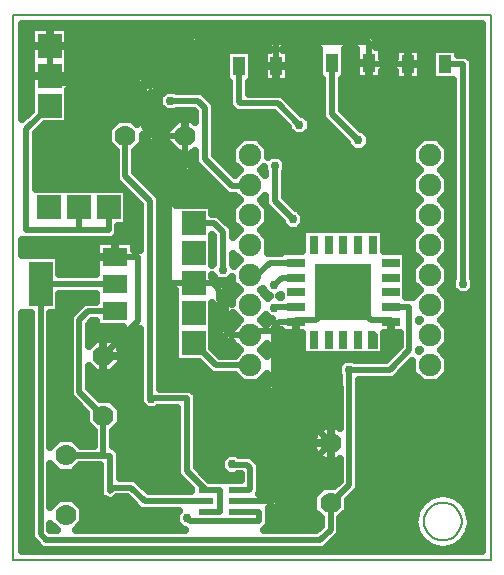
<source format=gbr>
G04 PROTEUS GERBER X2 FILE*
%TF.GenerationSoftware,Labcenter,Proteus,8.17-SP2-Build37159*%
%TF.CreationDate,2024-05-15T17:06:41+00:00*%
%TF.FileFunction,Copper,L2,Bot*%
%TF.FilePolarity,Positive*%
%TF.Part,Single*%
%TF.SameCoordinates,{8e856c1c-122a-437a-bfc2-24db689c5e76}*%
%FSLAX45Y45*%
%MOMM*%
G01*
%TA.AperFunction,Conductor*%
%ADD10C,0.508000*%
%TA.AperFunction,ViaPad*%
%ADD11C,0.762000*%
%TA.AperFunction,Conductor*%
%ADD12C,0.635000*%
%TA.AperFunction,ComponentPad*%
%ADD13C,1.905000*%
%TA.AperFunction,SMDPad,CuDef*%
%ADD22R,0.500000X0.500000*%
%AMPPAD015*
4,1,5,
-0.400000,0.750000,
-0.400000,-0.750000,
0.400000,-0.750000,
0.400000,0.499880,
0.150000,0.750000,
-0.400000,0.750000,
0*%
%ADD23PPAD015*%
%ADD24R,0.800100X1.500000*%
%ADD25R,1.500000X0.800100*%
%ADD26R,4.800000X4.800000*%
%TA.AperFunction,ComponentPad*%
%ADD14C,1.778000*%
%TA.AperFunction,SMDPad,CuDef*%
%ADD27R,2.032000X1.524000*%
%ADD28R,2.032000X3.810000*%
%TA.AperFunction,ComponentPad*%
%ADD16R,2.032000X2.032000*%
%TA.AperFunction,SMDPad,CuDef*%
%ADD29R,1.270000X0.558800*%
%TA.AperFunction,SMDPad,CuDef*%
%ADD72R,1.016000X1.524000*%
%TA.AperFunction,OtherPad,Unknown*%
%ADD20R,2.032000X2.032000*%
%TA.AperFunction,Profile*%
%ADD21C,0.150000*%
%TD.AperFunction*%
%TA.AperFunction,Conductor*%
G36*
X+1962650Y-2182650D02*
X-1932650Y-2182650D01*
X-1932650Y-168649D01*
X-1857469Y-168649D01*
X-1857469Y-2073070D01*
X-1761235Y-2169304D01*
X+627436Y-2169304D01*
X+762549Y-2034191D01*
X+762549Y-1901995D01*
X+826049Y-1838495D01*
X+826049Y-1748691D01*
X+872391Y-1702349D01*
X+872393Y-1702349D01*
X+920749Y-1653993D01*
X+920749Y-729940D01*
X+1215600Y-729940D01*
X+1371601Y-573939D01*
X+1371601Y-672126D01*
X+1460874Y-761399D01*
X+1587126Y-761399D01*
X+1676399Y-672126D01*
X+1676399Y-545874D01*
X+1612525Y-482000D01*
X+1676399Y-418126D01*
X+1676399Y-291874D01*
X+1612525Y-228000D01*
X+1676399Y-164126D01*
X+1676399Y-37874D01*
X+1612525Y+26000D01*
X+1676399Y+89874D01*
X+1676399Y+216126D01*
X+1612525Y+280000D01*
X+1676399Y+343874D01*
X+1676399Y+470126D01*
X+1612525Y+534000D01*
X+1676399Y+597874D01*
X+1676399Y+724126D01*
X+1612525Y+788000D01*
X+1676399Y+851874D01*
X+1676399Y+978126D01*
X+1612525Y+1042000D01*
X+1676399Y+1105874D01*
X+1676399Y+1232126D01*
X+1587126Y+1321399D01*
X+1460874Y+1321399D01*
X+1371601Y+1232126D01*
X+1371601Y+1105874D01*
X+1435475Y+1042000D01*
X+1371601Y+978126D01*
X+1371601Y+851874D01*
X+1435475Y+788000D01*
X+1371601Y+724126D01*
X+1371601Y+597874D01*
X+1435475Y+534000D01*
X+1371601Y+470126D01*
X+1371601Y+343874D01*
X+1435475Y+280000D01*
X+1371601Y+216126D01*
X+1371601Y+89874D01*
X+1435475Y+26000D01*
X+1377024Y-32451D01*
X+1320149Y-32451D01*
X+1320149Y+357154D01*
X+1135154Y+357154D01*
X+1135154Y+542149D01*
X+440846Y+542149D01*
X+440846Y+357154D01*
X+255851Y+357154D01*
X+255851Y+342549D01*
X+151074Y+342549D01*
X+152399Y+343874D01*
X+152399Y+470126D01*
X+88525Y+534000D01*
X+152399Y+597874D01*
X+152399Y+721830D01*
X+267736Y+606493D01*
X+267736Y+588531D01*
X+323532Y+532735D01*
X+402438Y+532735D01*
X+458234Y+588531D01*
X+458234Y+667437D01*
X+402438Y+723233D01*
X+384476Y+723233D01*
X+292549Y+815160D01*
X+292549Y+1027847D01*
X+305249Y+1040547D01*
X+305249Y+1119453D01*
X+249453Y+1175249D01*
X+170547Y+1175249D01*
X+152399Y+1157101D01*
X+152399Y+1232126D01*
X+63126Y+1321399D01*
X-63126Y+1321399D01*
X-152399Y+1232126D01*
X-152399Y+1105874D01*
X-88525Y+1042000D01*
X-128914Y+1001611D01*
X-301529Y+1174226D01*
X-301529Y+1607469D01*
X-406120Y+1712060D01*
X-624524Y+1712060D01*
X-637224Y+1724760D01*
X-716130Y+1724760D01*
X-771926Y+1668964D01*
X-771926Y+1590058D01*
X-716130Y+1534262D01*
X-637224Y+1534262D01*
X-624524Y+1546962D01*
X-474502Y+1546962D01*
X-466627Y+1539087D01*
X-466627Y+1456171D01*
X-488505Y+1478049D01*
X-609495Y+1478049D01*
X-695049Y+1392495D01*
X-695049Y+1389149D01*
X-798329Y+1389149D01*
X-841051Y+1431871D01*
X-841051Y+1695451D01*
X-814528Y+1695451D01*
X-781051Y+1728929D01*
X-439909Y+2070071D01*
X+162851Y+2070071D01*
X+162851Y+2058349D01*
X+112051Y+2058349D01*
X+112051Y+1791651D01*
X+327949Y+1791651D01*
X+327949Y+2058349D01*
X+277149Y+2058349D01*
X+277149Y+2073261D01*
X+582051Y+2073261D01*
X+582051Y+1816651D01*
X+607451Y+1816651D01*
X+607451Y+1485609D01*
X+819151Y+1273909D01*
X+819151Y+1255947D01*
X+874947Y+1200151D01*
X+953853Y+1200151D01*
X+1009649Y+1255947D01*
X+1009649Y+1334853D01*
X+953853Y+1390649D01*
X+935891Y+1390649D01*
X+772549Y+1553991D01*
X+772549Y+1816651D01*
X+797949Y+1816651D01*
X+797949Y+2073261D01*
X+897011Y+2073261D01*
X+897011Y+1816651D01*
X+1112909Y+1816651D01*
X+1112909Y+1882851D01*
X+1227091Y+1882851D01*
X+1227091Y+1806651D01*
X+1442989Y+1806651D01*
X+1442989Y+2073349D01*
X+1227091Y+2073349D01*
X+1227091Y+1997149D01*
X+1112909Y+1997149D01*
X+1112909Y+2083349D01*
X+1062109Y+2083349D01*
X+1062109Y+2154081D01*
X+1028631Y+2187559D01*
X+196329Y+2187559D01*
X+193139Y+2184369D01*
X-487251Y+2184369D01*
X-861871Y+1809749D01*
X-887129Y+1809749D01*
X-917153Y+1839773D01*
X-1541251Y+1839773D01*
X-1541251Y+2256749D01*
X-1858749Y+2256749D01*
X-1858749Y+1547991D01*
X-1932650Y+1474090D01*
X-1932650Y+2282650D01*
X+1962650Y+2282650D01*
X+1962650Y-2182650D01*
G37*
%TD.AperFunction*%
%LPC*%
G36*
X+1680173Y-1698127D02*
X+1690170Y-1699406D01*
X+1748311Y-1723059D01*
X+1800642Y-1763406D01*
X+1807240Y-1772567D01*
X+1844371Y-1824124D01*
X+1869874Y-1930000D01*
X+1865511Y-1948114D01*
X+1844371Y-2035876D01*
X+1800642Y-2096594D01*
X+1791702Y-2103487D01*
X+1748311Y-2136941D01*
X+1690170Y-2160594D01*
X+1630000Y-2168292D01*
X+1569830Y-2160594D01*
X+1511689Y-2136941D01*
X+1459358Y-2096594D01*
X+1452760Y-2087433D01*
X+1415629Y-2035876D01*
X+1390126Y-1930000D01*
X+1394489Y-1911886D01*
X+1415629Y-1824124D01*
X+1459358Y-1763406D01*
X+1468298Y-1756513D01*
X+1511689Y-1723059D01*
X+1569830Y-1699406D01*
X+1630000Y-1691708D01*
X+1680173Y-1698127D01*
G37*
G36*
X+12989Y+1791651D02*
X-12411Y+1791651D01*
X-12411Y+1692549D01*
X+267353Y+1692549D01*
X+437728Y+1522174D01*
X+455690Y+1522174D01*
X+511486Y+1466378D01*
X+511486Y+1387472D01*
X+455690Y+1331676D01*
X+376784Y+1331676D01*
X+320988Y+1387472D01*
X+320988Y+1405434D01*
X+198971Y+1527451D01*
X-120191Y+1527451D01*
X-177509Y+1584769D01*
X-177509Y+1791651D01*
X-202909Y+1791651D01*
X-202909Y+2058349D01*
X+12989Y+2058349D01*
X+12989Y+1791651D01*
G37*
G36*
X+1757949Y+2022549D02*
X+1834191Y+2022549D01*
X+1882549Y+1974191D01*
X+1882549Y+435751D01*
X+1885417Y+432883D01*
X+1885417Y+131964D01*
X+1898117Y+119264D01*
X+1898117Y+40358D01*
X+1842321Y-15438D01*
X+1763415Y-15438D01*
X+1707619Y+40358D01*
X+1707619Y+119264D01*
X+1720319Y+131964D01*
X+1720319Y+364501D01*
X+1717451Y+367369D01*
X+1717451Y+1806651D01*
X+1542051Y+1806651D01*
X+1542051Y+2073349D01*
X+1757949Y+2073349D01*
X+1757949Y+2022549D01*
G37*
%LPD*%
%TA.AperFunction,Conductor*%
G36*
X-931350Y+748210D02*
X-931350Y+367289D01*
X-986251Y+367289D01*
X-986251Y+443489D01*
X-1303749Y+443489D01*
X-1303749Y+161549D01*
X-1616171Y+161549D01*
X-1616171Y+326649D01*
X-1932650Y+326649D01*
X-1932650Y+452414D01*
X-1931087Y+450851D01*
X-1165809Y+450851D01*
X-1117451Y+499209D01*
X-1117451Y+571251D01*
X-1041251Y+571251D01*
X-1041251Y+858111D01*
X-931350Y+748210D01*
G37*
%TD.AperFunction*%
%TA.AperFunction,Conductor*%
G36*
X-955349Y+1716329D02*
X-955349Y+1436893D01*
X-996505Y+1478049D01*
X-1117495Y+1478049D01*
X-1203049Y+1392495D01*
X-1203049Y+1271505D01*
X-1139549Y+1208005D01*
X-1139549Y+956409D01*
X-1071889Y+888749D01*
X-1814347Y+888749D01*
X-1814347Y+1358913D01*
X-1742009Y+1431251D01*
X-1541251Y+1431251D01*
X-1541251Y+1725475D01*
X-964495Y+1725475D01*
X-955349Y+1716329D01*
G37*
%TD.AperFunction*%
%TA.AperFunction,Conductor*%
G36*
X+114751Y+1040547D02*
X+127451Y+1027847D01*
X+127451Y+1003074D01*
X+88525Y+1042000D01*
X+114751Y+1068226D01*
X+114751Y+1040547D01*
G37*
%TD.AperFunction*%
%TA.AperFunction,Conductor*%
G36*
X+127451Y+780969D02*
X+127451Y+749074D01*
X+88525Y+788000D01*
X+127451Y+826926D01*
X+127451Y+780969D01*
G37*
%TD.AperFunction*%
%TA.AperFunction,Conductor*%
G36*
X-466627Y+1105844D02*
X-186599Y+825816D01*
X-126341Y+825816D01*
X-88525Y+788000D01*
X-152399Y+724126D01*
X-152399Y+597874D01*
X-88525Y+534000D01*
X-146984Y+475541D01*
X-146984Y+552924D01*
X-270609Y+676549D01*
X-321251Y+676549D01*
X-321251Y+752749D01*
X-628651Y+752749D01*
X-628651Y+906329D01*
X-491851Y+1043129D01*
X-491851Y+1185951D01*
X-488505Y+1185951D01*
X-466627Y+1207829D01*
X-466627Y+1105844D01*
G37*
%TD.AperFunction*%
%TA.AperFunction,Conductor*%
G36*
X-312082Y+484542D02*
X-312082Y+252153D01*
X-321251Y+242984D01*
X-321251Y+493711D01*
X-312082Y+484542D01*
G37*
%TD.AperFunction*%
%TA.AperFunction,Conductor*%
G36*
X-88525Y+280000D02*
X-134284Y+234241D01*
X-134284Y+239453D01*
X-146984Y+252153D01*
X-146984Y+338459D01*
X-88525Y+280000D01*
G37*
%TD.AperFunction*%
%TA.AperFunction,Conductor*%
G36*
X-307384Y+143149D02*
X-321251Y+143149D01*
X-321251Y+157016D01*
X-307384Y+143149D01*
G37*
%TD.AperFunction*%
%TA.AperFunction,Conductor*%
G36*
X+255851Y-32451D02*
X+251194Y-32451D01*
X+243949Y-25206D01*
X+239496Y-25206D01*
X+255851Y-8851D01*
X+255851Y-32451D01*
G37*
%TD.AperFunction*%
%TA.AperFunction,Conductor*%
G36*
X+104751Y+30547D02*
X+160547Y-25249D01*
X+165000Y-25249D01*
X+152387Y-37862D01*
X+88525Y+26000D01*
X+104751Y+42226D01*
X+104751Y+30547D01*
G37*
%TD.AperFunction*%
%TA.AperFunction,Conductor*%
G36*
X-152399Y+89874D02*
X-88525Y+26000D01*
X-152399Y-37874D01*
X-152399Y-90820D01*
X-208128Y-35091D01*
X-208128Y+55727D01*
X-257152Y+104751D01*
X-190080Y+104751D01*
X-152399Y+142432D01*
X-152399Y+89874D01*
G37*
%TD.AperFunction*%
%TA.AperFunction,Conductor*%
G36*
X+1435475Y-228000D02*
X+1428705Y-234770D01*
X+1428705Y-221230D01*
X+1435475Y-228000D01*
G37*
%TD.AperFunction*%
%TA.AperFunction,Conductor*%
G36*
X+165043Y-215704D02*
X+183476Y-215704D01*
X+139490Y-259690D01*
X+139490Y-260051D01*
X+120576Y-260051D01*
X+88525Y-228000D01*
X+132932Y-183593D01*
X+165043Y-215704D01*
G37*
%TD.AperFunction*%
%TA.AperFunction,Conductor*%
G36*
X-88525Y-228000D02*
X-150402Y-289877D01*
X-150402Y-166123D01*
X-88525Y-228000D01*
G37*
%TD.AperFunction*%
%TA.AperFunction,Conductor*%
G36*
X-1303749Y-285489D02*
X-1081309Y-285489D01*
X-1181138Y-385318D01*
X-1183505Y-382951D01*
X-1304495Y-382951D01*
X-1365251Y-443707D01*
X-1365251Y-262791D01*
X-1337149Y-234689D01*
X-1303749Y-234689D01*
X-1303749Y-285489D01*
G37*
%TD.AperFunction*%
%TA.AperFunction,Conductor*%
G36*
X+1435475Y-482000D02*
X+1428705Y-488770D01*
X+1428705Y-475230D01*
X+1435475Y-482000D01*
G37*
%TD.AperFunction*%
%TA.AperFunction,Conductor*%
G36*
X-264700Y-140159D02*
X-264700Y-345413D01*
X-197964Y-412149D01*
X-152399Y-412149D01*
X-152399Y-418126D01*
X-88525Y-482000D01*
X-132976Y-526451D01*
X-258809Y-526451D01*
X-321251Y-464009D01*
X-321251Y-83608D01*
X-264700Y-140159D01*
G37*
%TD.AperFunction*%
%TA.AperFunction,Conductor*%
G36*
X+139490Y-532965D02*
X+88525Y-482000D01*
X+139490Y-431035D01*
X+139490Y-532965D01*
G37*
%TD.AperFunction*%
%TA.AperFunction,Conductor*%
G36*
X+255851Y-337154D02*
X+440846Y-337154D01*
X+440846Y-522149D01*
X+1135149Y-522149D01*
X+1135149Y-337154D01*
X+1263607Y-337154D01*
X+1263607Y-448453D01*
X+1147218Y-564842D01*
X+886742Y-564842D01*
X+874569Y-552669D01*
X+795663Y-552669D01*
X+739867Y-608465D01*
X+739867Y-687371D01*
X+752567Y-700071D01*
X+752567Y-793860D01*
X+755651Y-796944D01*
X+755651Y-1139107D01*
X+740495Y-1123951D01*
X+619505Y-1123951D01*
X+617138Y-1126318D01*
X+253788Y-762968D01*
X+253788Y-307032D01*
X+255851Y-304969D01*
X+255851Y-337154D01*
G37*
%TD.AperFunction*%
%TA.AperFunction,Conductor*%
G36*
X-931350Y-804608D02*
X-932549Y-805807D01*
X-932549Y-851248D01*
X-932652Y-851351D01*
X-932652Y-930257D01*
X-876856Y-986053D01*
X-797950Y-986053D01*
X-783039Y-971142D01*
X-617004Y-971142D01*
X-617004Y-1540816D01*
X-499729Y-1658091D01*
X-499729Y-1673431D01*
X-861274Y-1673431D01*
X-973196Y-1561509D01*
X-1103628Y-1561509D01*
X-1103628Y-1338347D01*
X-1151986Y-1289989D01*
X-1161451Y-1289989D01*
X-1161451Y-1160995D01*
X-1097951Y-1097495D01*
X-1097951Y-976505D01*
X-1183505Y-890951D01*
X-1273309Y-890951D01*
X-1365251Y-799009D01*
X-1365251Y-614293D01*
X-1304495Y-675049D01*
X-1183505Y-675049D01*
X-1097951Y-589495D01*
X-1097951Y-468505D01*
X-1100318Y-466138D01*
X-931350Y-297170D01*
X-931350Y-804608D01*
G37*
%TD.AperFunction*%
%TA.AperFunction,Conductor*%
G36*
X-1303749Y-54349D02*
X-1303749Y-69591D01*
X-1405531Y-69591D01*
X-1530349Y-194409D01*
X-1530349Y-867391D01*
X-1390049Y-1007691D01*
X-1390049Y-1097495D01*
X-1326549Y-1160995D01*
X-1326549Y-1287451D01*
X-1436005Y-1287451D01*
X-1499505Y-1223951D01*
X-1620495Y-1223951D01*
X-1692371Y-1295827D01*
X-1692371Y-168649D01*
X-1616171Y-168649D01*
X-1616171Y-3549D01*
X-1303749Y-3549D01*
X-1303749Y-54349D01*
G37*
%TD.AperFunction*%
%TA.AperFunction,Conductor*%
G36*
X+755651Y-1585609D02*
X+709309Y-1631951D01*
X+619505Y-1631951D01*
X+533951Y-1717505D01*
X+533951Y-1838495D01*
X+597451Y-1901995D01*
X+597451Y-1965809D01*
X+559054Y-2004206D01*
X+117434Y-2004206D01*
X+158749Y-1962891D01*
X+158749Y-1815769D01*
X+156109Y-1813129D01*
X+217691Y-1813129D01*
X+617138Y-1413682D01*
X+619505Y-1416049D01*
X+740495Y-1416049D01*
X+755651Y-1400893D01*
X+755651Y-1585609D01*
G37*
%TD.AperFunction*%
%TA.AperFunction,Conductor*%
G36*
X-862410Y+1291590D02*
X-845671Y+1274851D01*
X-695049Y+1274851D01*
X-695049Y+1271505D01*
X-609495Y+1185951D01*
X-606149Y+1185951D01*
X-606149Y+1090471D01*
X-742949Y+953671D01*
X-742949Y+62329D01*
X-709471Y+28851D01*
X-638749Y+28851D01*
X-638749Y-580749D01*
X-437991Y-580749D01*
X-327191Y-691549D01*
X-132976Y-691549D01*
X-63126Y-761399D01*
X+63126Y-761399D01*
X+139490Y-685035D01*
X+139490Y-810310D01*
X+536318Y-1207138D01*
X+533951Y-1209505D01*
X+533951Y-1330495D01*
X+536318Y-1332862D01*
X+170349Y-1698831D01*
X+72828Y-1698831D01*
X+82549Y-1689110D01*
X+82549Y-1445809D01*
X+3095Y-1366355D01*
X-99143Y-1366355D01*
X-112947Y-1352551D01*
X-191853Y-1352551D01*
X-247649Y-1408347D01*
X-247649Y-1487253D01*
X-191853Y-1543049D01*
X-112947Y-1543049D01*
X-101351Y-1531453D01*
X-82549Y-1531453D01*
X-82549Y-1576911D01*
X-240649Y-1576911D01*
X-240649Y-1579451D01*
X-258431Y-1579451D01*
X-258431Y-1576911D01*
X-347429Y-1576911D01*
X-451906Y-1472434D01*
X-451906Y-854402D01*
X-500264Y-806044D01*
X-766252Y-806044D01*
X-766252Y+816592D01*
X-974451Y+1024791D01*
X-974451Y+1208005D01*
X-910951Y+1271505D01*
X-910951Y+1340131D01*
X-862410Y+1291590D01*
G37*
%TD.AperFunction*%
%TA.AperFunction,Conductor*%
G36*
X-1620495Y-1516049D02*
X-1499505Y-1516049D01*
X-1438543Y-1455087D01*
X-1268726Y-1455087D01*
X-1268726Y-1726776D01*
X-1166810Y-1768993D01*
X-1124424Y-1726607D01*
X-1041578Y-1726607D01*
X-929656Y-1838529D01*
X-601631Y-1838529D01*
X-628649Y-1865547D01*
X-628649Y-1944453D01*
X-572853Y-2000249D01*
X-554891Y-2000249D01*
X-550934Y-2004206D01*
X-1479662Y-2004206D01*
X-1413951Y-1938495D01*
X-1413951Y-1817505D01*
X-1499505Y-1731951D01*
X-1620495Y-1731951D01*
X-1692371Y-1803827D01*
X-1692371Y-1444173D01*
X-1620495Y-1516049D01*
G37*
%TD.AperFunction*%
%TA.AperFunction,Conductor*%
G36*
X-1640338Y-2004206D02*
X-1692371Y-2004206D01*
X-1692371Y-1952173D01*
X-1640338Y-2004206D01*
G37*
%TD.AperFunction*%
D10*
X-379080Y-1662000D02*
X-253040Y-1662000D01*
X-253040Y-1849960D01*
X-379080Y-1849960D01*
X-1454000Y+533400D02*
X-1200000Y+533400D01*
X-1200000Y+730000D01*
X-1454000Y+533400D02*
X-1454000Y+730000D01*
X-1454000Y+533400D02*
X-1896896Y+533400D01*
X-1896896Y+1393104D01*
X-1700000Y+1590000D01*
X-152400Y-1447800D02*
X-151296Y-1448904D01*
X-31096Y-1448904D01*
X+0Y-1480000D01*
X+0Y-1654919D01*
X-7081Y-1662000D01*
X-120000Y-1662000D01*
X-533400Y-1905000D02*
X-509700Y-1928700D01*
X+76200Y-1928700D01*
X+76200Y-1849960D01*
X-120000Y-1849960D01*
X-676677Y+1629511D02*
X-440311Y+1629511D01*
X-384078Y+1573278D01*
X-384078Y+1140035D01*
X-152408Y+908365D01*
X+0Y+908365D01*
X+0Y+915000D01*
X+914400Y+1295400D02*
X+690000Y+1519800D01*
X+690000Y+1950000D01*
X+1802868Y+79811D02*
X+1802868Y+398692D01*
X+1800000Y+401560D01*
X+1800000Y+1940000D01*
X+1650000Y+1940000D01*
X-1774920Y+79000D02*
X-1145000Y+79000D01*
X+680000Y-1778000D02*
X+838200Y-1619800D01*
X+838200Y-762753D02*
X+838200Y-1619800D01*
X+1188000Y-115000D02*
X+1188000Y-114999D01*
X-480000Y-422000D02*
X-293000Y-609000D01*
X+0Y-609000D01*
X-1244000Y-1037000D02*
X-1447800Y-833200D01*
X-1447800Y-228600D01*
X-1371340Y-152140D01*
X-1145000Y-152140D01*
X-1244000Y-1037000D02*
X-1244000Y-1370000D01*
X-1560000Y-1370000D01*
X+680000Y-1270000D02*
X+194020Y-1755980D01*
X-120000Y-1755980D01*
X+388000Y-240000D02*
X+388000Y-225395D01*
X+552605Y-225395D01*
X+788000Y+10000D01*
X-549000Y+1332000D02*
X-549000Y+1066800D01*
X-685800Y+930000D01*
X-685800Y+86000D01*
X-480000Y+86000D01*
X+1004960Y+1950000D02*
X+1004960Y+1940000D01*
X+1335040Y+1940000D01*
X+788000Y+10000D02*
X+1023394Y-225394D01*
X+1188000Y-225394D01*
X+1188000Y-240000D01*
X+1188000Y-239999D01*
X-549000Y+1332000D02*
X-822000Y+1332000D01*
X-898200Y+1408200D01*
X-898200Y+1740000D01*
X-1700000Y+2098000D02*
X-1700000Y+1890000D01*
X-898200Y+1740000D02*
X-940824Y+1782624D01*
X-1592624Y+1782624D01*
X-1700000Y+1890000D01*
X-1700000Y+1844000D01*
X-898200Y+1740000D02*
X-898200Y+1752600D01*
X-838200Y+1752600D01*
X-463580Y+2127220D01*
X+220000Y+2127220D01*
X+220000Y+1925000D01*
X+680000Y-1270000D02*
X+196639Y-786639D01*
X+196639Y-330185D01*
X+0Y-355000D02*
X+37800Y-317200D01*
X+183654Y-317200D01*
X+196639Y-330185D01*
X+388000Y-240000D02*
X+240000Y-240000D01*
X+196639Y-283361D01*
X+196639Y-330185D01*
X-1244000Y-529000D02*
X-949185Y-234185D01*
X-949185Y+310140D01*
X-1145000Y+310140D01*
X+388000Y+135000D02*
X+388000Y+134999D01*
X+0Y+153000D02*
X+58336Y+153000D01*
X+165335Y+260000D01*
X+362598Y+260000D01*
X+362599Y+260000D01*
X+387998Y+260000D01*
X+387999Y+260000D01*
X+388000Y+260000D01*
X+387998Y+260000D01*
X+388000Y+260000D02*
X+387998Y+260000D01*
X+362599Y+260000D02*
X+362599Y+259999D01*
X+387998Y+260000D01*
X+388000Y+260000D01*
X+362598Y+260000D02*
X+362599Y+259999D01*
X+362599Y+260000D02*
X+362598Y+259999D01*
X+387998Y+260000D01*
X+388000Y+260000D02*
X+388000Y+259999D01*
X+388000Y-115000D02*
X+209951Y-115000D01*
X+204496Y-120455D01*
X+835116Y-647918D02*
X+835116Y-759669D01*
X+838200Y-762753D01*
X-1057000Y+1332000D02*
X-1057000Y+990600D01*
X-848801Y+782401D01*
X-848801Y-838801D01*
X-850000Y-840000D01*
X-850000Y-878207D01*
X-837403Y-890804D01*
X-379080Y-1662000D02*
X-534455Y-1506625D01*
X-534455Y-888593D01*
X-835192Y-888593D01*
X-837403Y-890804D01*
X+838200Y-762753D02*
X+838200Y-647391D01*
X+1181409Y-647391D01*
X+1346156Y-482644D01*
X+1346156Y-115000D01*
X+1188000Y-115000D01*
X-1560000Y-1370000D02*
X-1557462Y-1372538D01*
X-1186177Y-1372538D01*
X-1186177Y-1671620D01*
X-1158615Y-1644058D01*
X-1007387Y-1644058D01*
X-895465Y-1755980D01*
X-379080Y-1755980D01*
X-229533Y+200000D02*
X-229533Y+518733D01*
X-304800Y+594000D01*
X-480000Y+594000D01*
X+0Y-355000D02*
X-174293Y-355000D01*
X-207551Y-321742D01*
X-207551Y-116488D01*
X-265277Y-58762D01*
X-265277Y+32056D01*
X-319221Y+86000D01*
X-480000Y+86000D01*
X+388000Y+135000D02*
X+265000Y+135000D01*
X+200000Y+70000D01*
X-94960Y+1925000D02*
X-94960Y+1618960D01*
X-86000Y+1610000D01*
X+233162Y+1610000D01*
X+416237Y+1426925D01*
X+210000Y+1080000D02*
X+210000Y+780969D01*
X+362985Y+627984D01*
X+680000Y-1778000D02*
X+680000Y-2000000D01*
X+593245Y-2086755D01*
X-1727044Y-2086755D01*
X-1774920Y-2038879D01*
X-1774920Y+79000D01*
X+1004960Y+1950000D02*
X+1004960Y+2130410D01*
X+220000Y+2130410D01*
X+220000Y+2127220D01*
D11*
X-152400Y-1447800D03*
X-676677Y+1629511D03*
X+914400Y+1295400D03*
X+1802868Y+79811D03*
X+204496Y-120455D03*
X+835116Y-647918D03*
X-837403Y-890804D03*
X-533400Y-1905000D03*
X-229533Y+200000D03*
X+416237Y+1426925D03*
X+210000Y+1080000D03*
X+362985Y+627984D03*
X+200000Y+70000D03*
D12*
X+1962650Y-2182650D02*
X-1932650Y-2182650D01*
X-1932650Y-168649D01*
X-1857469Y-168649D01*
X-1857469Y-2073070D01*
X-1761235Y-2169304D01*
X+627436Y-2169304D01*
X+762549Y-2034191D01*
X+762549Y-1901995D01*
X+826049Y-1838495D01*
X+826049Y-1748691D01*
X+872391Y-1702349D01*
X+872393Y-1702349D01*
X+920749Y-1653993D01*
X+920749Y-729940D01*
X+1215600Y-729940D01*
X+1371601Y-573939D01*
X+1371601Y-672126D01*
X+1460874Y-761399D01*
X+1587126Y-761399D01*
X+1676399Y-672126D01*
X+1676399Y-545874D01*
X+1612525Y-482000D01*
X+1676399Y-418126D01*
X+1676399Y-291874D01*
X+1612525Y-228000D01*
X+1676399Y-164126D01*
X+1676399Y-37874D01*
X+1612525Y+26000D01*
X+1676399Y+89874D01*
X+1676399Y+216126D01*
X+1612525Y+280000D01*
X+1676399Y+343874D01*
X+1676399Y+470126D01*
X+1612525Y+534000D01*
X+1676399Y+597874D01*
X+1676399Y+724126D01*
X+1612525Y+788000D01*
X+1676399Y+851874D01*
X+1676399Y+978126D01*
X+1612525Y+1042000D01*
X+1676399Y+1105874D01*
X+1676399Y+1232126D01*
X+1587126Y+1321399D01*
X+1460874Y+1321399D01*
X+1371601Y+1232126D01*
X+1371601Y+1105874D01*
X+1435475Y+1042000D01*
X+1371601Y+978126D01*
X+1371601Y+851874D01*
X+1435475Y+788000D01*
X+1371601Y+724126D01*
X+1371601Y+597874D01*
X+1435475Y+534000D01*
X+1371601Y+470126D01*
X+1371601Y+343874D01*
X+1435475Y+280000D01*
X+1371601Y+216126D01*
X+1371601Y+89874D01*
X+1435475Y+26000D01*
X+1377024Y-32451D01*
X+1320149Y-32451D01*
X+1320149Y+357154D01*
X+1135154Y+357154D01*
X+1135154Y+542149D01*
X+440846Y+542149D01*
X+440846Y+357154D01*
X+255851Y+357154D01*
X+255851Y+342549D01*
X+151074Y+342549D01*
X+152399Y+343874D01*
X+152399Y+470126D01*
X+88525Y+534000D01*
X+152399Y+597874D01*
X+152399Y+721830D01*
X+267736Y+606493D01*
X+267736Y+588531D01*
X+323532Y+532735D01*
X+402438Y+532735D01*
X+458234Y+588531D01*
X+458234Y+667437D01*
X+402438Y+723233D01*
X+384476Y+723233D01*
X+292549Y+815160D01*
X+292549Y+1027847D01*
X+305249Y+1040547D01*
X+305249Y+1119453D01*
X+249453Y+1175249D01*
X+170547Y+1175249D01*
X+152399Y+1157101D01*
X+152399Y+1232126D01*
X+63126Y+1321399D01*
X-63126Y+1321399D01*
X-152399Y+1232126D01*
X-152399Y+1105874D01*
X-88525Y+1042000D01*
X-128914Y+1001611D01*
X-301529Y+1174226D01*
X-301529Y+1607469D01*
X-406120Y+1712060D01*
X-624524Y+1712060D01*
X-637224Y+1724760D01*
X-716130Y+1724760D01*
X-771926Y+1668964D01*
X-771926Y+1590058D01*
X-716130Y+1534262D01*
X-637224Y+1534262D01*
X-624524Y+1546962D01*
X-474502Y+1546962D01*
X-466627Y+1539087D01*
X-466627Y+1456171D01*
X-488505Y+1478049D01*
X-609495Y+1478049D01*
X-695049Y+1392495D01*
X-695049Y+1389149D01*
X-798329Y+1389149D01*
X-841051Y+1431871D01*
X-841051Y+1695451D01*
X-814528Y+1695451D01*
X-781051Y+1728929D01*
X-439909Y+2070071D01*
X+162851Y+2070071D01*
X+162851Y+2058349D01*
X+112051Y+2058349D01*
X+112051Y+1791651D01*
X+327949Y+1791651D01*
X+327949Y+2058349D01*
X+277149Y+2058349D01*
X+277149Y+2073261D01*
X+582051Y+2073261D01*
X+582051Y+1816651D01*
X+607451Y+1816651D01*
X+607451Y+1485609D01*
X+819151Y+1273909D01*
X+819151Y+1255947D01*
X+874947Y+1200151D01*
X+953853Y+1200151D01*
X+1009649Y+1255947D01*
X+1009649Y+1334853D01*
X+953853Y+1390649D01*
X+935891Y+1390649D01*
X+772549Y+1553991D01*
X+772549Y+1816651D01*
X+797949Y+1816651D01*
X+797949Y+2073261D01*
X+897011Y+2073261D01*
X+897011Y+1816651D01*
X+1112909Y+1816651D01*
X+1112909Y+1882851D01*
X+1227091Y+1882851D01*
X+1227091Y+1806651D01*
X+1442989Y+1806651D01*
X+1442989Y+2073349D01*
X+1227091Y+2073349D01*
X+1227091Y+1997149D01*
X+1112909Y+1997149D01*
X+1112909Y+2083349D01*
X+1062109Y+2083349D01*
X+1062109Y+2154081D01*
X+1028631Y+2187559D01*
X+196329Y+2187559D01*
X+193139Y+2184369D01*
X-487251Y+2184369D01*
X-861871Y+1809749D01*
X-887129Y+1809749D01*
X-917153Y+1839773D01*
X-1541251Y+1839773D01*
X-1541251Y+2256749D01*
X-1858749Y+2256749D01*
X-1858749Y+1547991D01*
X-1932650Y+1474090D01*
X-1932650Y+2282650D01*
X+1962650Y+2282650D01*
X+1962650Y-2182650D01*
X+1680173Y-1698127D02*
X+1690170Y-1699406D01*
X+1748311Y-1723059D01*
X+1800642Y-1763406D01*
X+1807240Y-1772567D01*
X+1844371Y-1824124D01*
X+1869874Y-1930000D01*
X+1865511Y-1948114D01*
X+1844371Y-2035876D01*
X+1800642Y-2096594D01*
X+1791702Y-2103487D01*
X+1748311Y-2136941D01*
X+1690170Y-2160594D01*
X+1630000Y-2168292D01*
X+1569830Y-2160594D01*
X+1511689Y-2136941D01*
X+1459358Y-2096594D01*
X+1452760Y-2087433D01*
X+1415629Y-2035876D01*
X+1390126Y-1930000D01*
X+1394489Y-1911886D01*
X+1415629Y-1824124D01*
X+1459358Y-1763406D01*
X+1468298Y-1756513D01*
X+1511689Y-1723059D01*
X+1569830Y-1699406D01*
X+1630000Y-1691708D01*
X+1680173Y-1698127D01*
X+12989Y+1791651D02*
X-12411Y+1791651D01*
X-12411Y+1692549D01*
X+267353Y+1692549D01*
X+437728Y+1522174D01*
X+455690Y+1522174D01*
X+511486Y+1466378D01*
X+511486Y+1387472D01*
X+455690Y+1331676D01*
X+376784Y+1331676D01*
X+320988Y+1387472D01*
X+320988Y+1405434D01*
X+198971Y+1527451D01*
X-120191Y+1527451D01*
X-177509Y+1584769D01*
X-177509Y+1791651D01*
X-202909Y+1791651D01*
X-202909Y+2058349D01*
X+12989Y+2058349D01*
X+12989Y+1791651D01*
X+1757949Y+2022549D02*
X+1834191Y+2022549D01*
X+1882549Y+1974191D01*
X+1882549Y+435751D01*
X+1885417Y+432883D01*
X+1885417Y+131964D01*
X+1898117Y+119264D01*
X+1898117Y+40358D01*
X+1842321Y-15438D01*
X+1763415Y-15438D01*
X+1707619Y+40358D01*
X+1707619Y+119264D01*
X+1720319Y+131964D01*
X+1720319Y+364501D01*
X+1717451Y+367369D01*
X+1717451Y+1806651D01*
X+1542051Y+1806651D01*
X+1542051Y+2073349D01*
X+1757949Y+2073349D01*
X+1757949Y+2022549D01*
X-931350Y+748210D02*
X-931350Y+367289D01*
X-986251Y+367289D01*
X-986251Y+443489D01*
X-1303749Y+443489D01*
X-1303749Y+161549D01*
X-1616171Y+161549D01*
X-1616171Y+326649D01*
X-1932650Y+326649D01*
X-1932650Y+452414D01*
X-1931087Y+450851D01*
X-1165809Y+450851D01*
X-1117451Y+499209D01*
X-1117451Y+571251D01*
X-1041251Y+571251D01*
X-1041251Y+858111D01*
X-931350Y+748210D01*
X-955349Y+1716329D02*
X-955349Y+1436893D01*
X-996505Y+1478049D01*
X-1117495Y+1478049D01*
X-1203049Y+1392495D01*
X-1203049Y+1271505D01*
X-1139549Y+1208005D01*
X-1139549Y+956409D01*
X-1071889Y+888749D01*
X-1814347Y+888749D01*
X-1814347Y+1358913D01*
X-1742009Y+1431251D01*
X-1541251Y+1431251D01*
X-1541251Y+1725475D01*
X-964495Y+1725475D01*
X-955349Y+1716329D01*
X+114751Y+1040547D02*
X+127451Y+1027847D01*
X+127451Y+1003074D01*
X+88525Y+1042000D01*
X+114751Y+1068226D01*
X+114751Y+1040547D01*
X+127451Y+780969D02*
X+127451Y+749074D01*
X+88525Y+788000D01*
X+127451Y+826926D01*
X+127451Y+780969D01*
X-466627Y+1105844D02*
X-186599Y+825816D01*
X-126341Y+825816D01*
X-88525Y+788000D01*
X-152399Y+724126D01*
X-152399Y+597874D01*
X-88525Y+534000D01*
X-146984Y+475541D01*
X-146984Y+552924D01*
X-270609Y+676549D01*
X-321251Y+676549D01*
X-321251Y+752749D01*
X-628651Y+752749D01*
X-628651Y+906329D01*
X-491851Y+1043129D01*
X-491851Y+1185951D01*
X-488505Y+1185951D01*
X-466627Y+1207829D01*
X-466627Y+1105844D01*
X-312082Y+484542D02*
X-312082Y+252153D01*
X-321251Y+242984D01*
X-321251Y+493711D01*
X-312082Y+484542D01*
X-88525Y+280000D02*
X-134284Y+234241D01*
X-134284Y+239453D01*
X-146984Y+252153D01*
X-146984Y+338459D01*
X-88525Y+280000D01*
X-307384Y+143149D02*
X-321251Y+143149D01*
X-321251Y+157016D01*
X-307384Y+143149D01*
X+255851Y-32451D02*
X+251194Y-32451D01*
X+243949Y-25206D01*
X+239496Y-25206D01*
X+255851Y-8851D01*
X+255851Y-32451D01*
X+104751Y+30547D02*
X+160547Y-25249D01*
X+165000Y-25249D01*
X+152387Y-37862D01*
X+88525Y+26000D01*
X+104751Y+42226D01*
X+104751Y+30547D01*
X-152399Y+89874D02*
X-88525Y+26000D01*
X-152399Y-37874D01*
X-152399Y-90820D01*
X-208128Y-35091D01*
X-208128Y+55727D01*
X-257152Y+104751D01*
X-190080Y+104751D01*
X-152399Y+142432D01*
X-152399Y+89874D01*
X+1435475Y-228000D02*
X+1428705Y-234770D01*
X+1428705Y-221230D01*
X+1435475Y-228000D01*
X+165043Y-215704D02*
X+183476Y-215704D01*
X+139490Y-259690D01*
X+139490Y-260051D01*
X+120576Y-260051D01*
X+88525Y-228000D01*
X+132932Y-183593D01*
X+165043Y-215704D01*
X-88525Y-228000D02*
X-150402Y-289877D01*
X-150402Y-166123D01*
X-88525Y-228000D01*
X-1303749Y-285489D02*
X-1081309Y-285489D01*
X-1181138Y-385318D01*
X-1183505Y-382951D01*
X-1304495Y-382951D01*
X-1365251Y-443707D01*
X-1365251Y-262791D01*
X-1337149Y-234689D01*
X-1303749Y-234689D01*
X-1303749Y-285489D01*
X+1435475Y-482000D02*
X+1428705Y-488770D01*
X+1428705Y-475230D01*
X+1435475Y-482000D01*
X-264700Y-140159D02*
X-264700Y-345413D01*
X-197964Y-412149D01*
X-152399Y-412149D01*
X-152399Y-418126D01*
X-88525Y-482000D01*
X-132976Y-526451D01*
X-258809Y-526451D01*
X-321251Y-464009D01*
X-321251Y-83608D01*
X-264700Y-140159D01*
X+139490Y-532965D02*
X+88525Y-482000D01*
X+139490Y-431035D01*
X+139490Y-532965D01*
X+255851Y-337154D02*
X+440846Y-337154D01*
X+440846Y-522149D01*
X+1135149Y-522149D01*
X+1135149Y-337154D01*
X+1263607Y-337154D01*
X+1263607Y-448453D01*
X+1147218Y-564842D01*
X+886742Y-564842D01*
X+874569Y-552669D01*
X+795663Y-552669D01*
X+739867Y-608465D01*
X+739867Y-687371D01*
X+752567Y-700071D01*
X+752567Y-793860D01*
X+755651Y-796944D01*
X+755651Y-1139107D01*
X+740495Y-1123951D01*
X+619505Y-1123951D01*
X+617138Y-1126318D01*
X+253788Y-762968D01*
X+253788Y-307032D01*
X+255851Y-304969D01*
X+255851Y-337154D01*
X-931350Y-804608D02*
X-932549Y-805807D01*
X-932549Y-851248D01*
X-932652Y-851351D01*
X-932652Y-930257D01*
X-876856Y-986053D01*
X-797950Y-986053D01*
X-783039Y-971142D01*
X-617004Y-971142D01*
X-617004Y-1540816D01*
X-499729Y-1658091D01*
X-499729Y-1673431D01*
X-861274Y-1673431D01*
X-973196Y-1561509D01*
X-1103628Y-1561509D01*
X-1103628Y-1338347D01*
X-1151986Y-1289989D01*
X-1161451Y-1289989D01*
X-1161451Y-1160995D01*
X-1097951Y-1097495D01*
X-1097951Y-976505D01*
X-1183505Y-890951D01*
X-1273309Y-890951D01*
X-1365251Y-799009D01*
X-1365251Y-614293D01*
X-1304495Y-675049D01*
X-1183505Y-675049D01*
X-1097951Y-589495D01*
X-1097951Y-468505D01*
X-1100318Y-466138D01*
X-931350Y-297170D01*
X-931350Y-804608D01*
X-1303749Y-54349D02*
X-1303749Y-69591D01*
X-1405531Y-69591D01*
X-1530349Y-194409D01*
X-1530349Y-867391D01*
X-1390049Y-1007691D01*
X-1390049Y-1097495D01*
X-1326549Y-1160995D01*
X-1326549Y-1287451D01*
X-1436005Y-1287451D01*
X-1499505Y-1223951D01*
X-1620495Y-1223951D01*
X-1692371Y-1295827D01*
X-1692371Y-168649D01*
X-1616171Y-168649D01*
X-1616171Y-3549D01*
X-1303749Y-3549D01*
X-1303749Y-54349D01*
X+755651Y-1585609D02*
X+709309Y-1631951D01*
X+619505Y-1631951D01*
X+533951Y-1717505D01*
X+533951Y-1838495D01*
X+597451Y-1901995D01*
X+597451Y-1965809D01*
X+559054Y-2004206D01*
X+117434Y-2004206D01*
X+158749Y-1962891D01*
X+158749Y-1815769D01*
X+156109Y-1813129D01*
X+217691Y-1813129D01*
X+617138Y-1413682D01*
X+619505Y-1416049D01*
X+740495Y-1416049D01*
X+755651Y-1400893D01*
X+755651Y-1585609D01*
X-862410Y+1291590D02*
X-845671Y+1274851D01*
X-695049Y+1274851D01*
X-695049Y+1271505D01*
X-609495Y+1185951D01*
X-606149Y+1185951D01*
X-606149Y+1090471D01*
X-742949Y+953671D01*
X-742949Y+62329D01*
X-709471Y+28851D01*
X-638749Y+28851D01*
X-638749Y-580749D01*
X-437991Y-580749D01*
X-327191Y-691549D01*
X-132976Y-691549D01*
X-63126Y-761399D01*
X+63126Y-761399D01*
X+139490Y-685035D01*
X+139490Y-810310D01*
X+536318Y-1207138D01*
X+533951Y-1209505D01*
X+533951Y-1330495D01*
X+536318Y-1332862D01*
X+170349Y-1698831D01*
X+72828Y-1698831D01*
X+82549Y-1689110D01*
X+82549Y-1445809D01*
X+3095Y-1366355D01*
X-99143Y-1366355D01*
X-112947Y-1352551D01*
X-191853Y-1352551D01*
X-247649Y-1408347D01*
X-247649Y-1487253D01*
X-191853Y-1543049D01*
X-112947Y-1543049D01*
X-101351Y-1531453D01*
X-82549Y-1531453D01*
X-82549Y-1576911D01*
X-240649Y-1576911D01*
X-240649Y-1579451D01*
X-258431Y-1579451D01*
X-258431Y-1576911D01*
X-347429Y-1576911D01*
X-451906Y-1472434D01*
X-451906Y-854402D01*
X-500264Y-806044D01*
X-766252Y-806044D01*
X-766252Y+816592D01*
X-974451Y+1024791D01*
X-974451Y+1208005D01*
X-910951Y+1271505D01*
X-910951Y+1340131D01*
X-862410Y+1291590D01*
X-1620495Y-1516049D02*
X-1499505Y-1516049D01*
X-1438543Y-1455087D01*
X-1268726Y-1455087D01*
X-1268726Y-1726776D01*
X-1166810Y-1768993D01*
X-1124424Y-1726607D01*
X-1041578Y-1726607D01*
X-929656Y-1838529D01*
X-601631Y-1838529D01*
X-628649Y-1865547D01*
X-628649Y-1944453D01*
X-572853Y-2000249D01*
X-554891Y-2000249D01*
X-550934Y-2004206D01*
X-1479662Y-2004206D01*
X-1413951Y-1938495D01*
X-1413951Y-1817505D01*
X-1499505Y-1731951D01*
X-1620495Y-1731951D01*
X-1692371Y-1803827D01*
X-1692371Y-1444173D01*
X-1620495Y-1516049D01*
X-1640338Y-2004206D02*
X-1692371Y-2004206D01*
X-1692371Y-1952173D01*
X-1640338Y-2004206D01*
X+388000Y-305404D02*
X+388000Y-240000D01*
X+1188000Y-305404D02*
X+1188000Y-240000D01*
X-1244000Y-643299D02*
X-1244000Y-529000D01*
X-1244000Y-414701D02*
X-1244000Y-529000D01*
X-1129701Y-529000D02*
X-1244000Y-529000D01*
X+680000Y-1384299D02*
X+680000Y-1270000D01*
X+680000Y-1155701D02*
X+680000Y-1270000D01*
X+565701Y-1270000D02*
X+680000Y-1270000D01*
X-1145000Y+411739D02*
X-1145000Y+310140D01*
X-1271999Y+310140D02*
X-1145000Y+310140D01*
X-549000Y+1446299D02*
X-549000Y+1332000D01*
X+143801Y+1925000D02*
X+220000Y+1925000D01*
X+220000Y+1823401D02*
X+220000Y+1925000D01*
X+296199Y+1925000D02*
X+220000Y+1925000D01*
X+928761Y+1950000D02*
X+1004960Y+1950000D01*
X+1004960Y+1848401D02*
X+1004960Y+1950000D01*
X+1335040Y+1838401D02*
X+1335040Y+1940000D01*
X+1411239Y+1940000D02*
X+1335040Y+1940000D01*
X+1335040Y+2041599D02*
X+1335040Y+1940000D01*
X-1573001Y+1844000D02*
X-1700000Y+1844000D01*
X-1826999Y+1844000D02*
X-1700000Y+1844000D01*
X-1573001Y+2098000D02*
X-1700000Y+2098000D01*
X-1700000Y+2224999D02*
X-1700000Y+2098000D01*
X-1826999Y+2098000D02*
X-1700000Y+2098000D01*
D13*
X+0Y+1169000D03*
X+0Y+915000D03*
X+0Y+661000D03*
X+0Y+407000D03*
X+0Y-101000D03*
X+0Y+153000D03*
X+1524000Y-609000D03*
X+0Y-609000D03*
X+1524000Y-355000D03*
X+1524000Y-101000D03*
X+1524000Y+153000D03*
X+1524000Y+407000D03*
X+1524000Y+661000D03*
X+1524000Y+915000D03*
X+1524000Y+1169000D03*
X+0Y-355000D03*
D22*
X+1038000Y-390000D03*
D23*
X+1038000Y-390000D03*
D24*
X+913000Y-390000D03*
X+788000Y-390000D03*
X+663000Y-390000D03*
X+538000Y-390000D03*
D25*
X+388000Y-240000D03*
X+388000Y-115000D03*
X+388000Y+10000D03*
X+388000Y+135000D03*
X+388000Y+260000D03*
D24*
X+538000Y+410000D03*
X+663000Y+410000D03*
X+788000Y+410000D03*
X+913000Y+410000D03*
X+1038000Y+410000D03*
D25*
X+1188000Y+260000D03*
X+1188000Y+135000D03*
X+1188000Y+10000D03*
X+1188000Y-115000D03*
X+1188000Y-240000D03*
D26*
X+788000Y+10000D03*
D14*
X-1244000Y-1037000D03*
X-1244000Y-529000D03*
X+680000Y-1778000D03*
X+680000Y-1270000D03*
D27*
X-1145000Y+310140D03*
D28*
X-1774920Y+79000D03*
D27*
X-1145000Y+79000D03*
X-1145000Y-152140D03*
D16*
X-1708000Y+730000D03*
X-1454000Y+730000D03*
X-1200000Y+730000D03*
D14*
X-1057000Y+1332000D03*
X-549000Y+1332000D03*
X-1560000Y-1370000D03*
X-1560000Y-1878000D03*
D29*
X-120000Y-1662000D03*
X-120000Y-1755980D03*
X-120000Y-1849960D03*
X-379080Y-1849960D03*
X-379080Y-1755980D03*
X-379080Y-1662000D03*
D72*
X-94960Y+1925000D03*
X+220000Y+1925000D03*
X+690000Y+1950000D03*
X+1004960Y+1950000D03*
X+1650000Y+1940000D03*
X+1335040Y+1940000D03*
D16*
X-1700000Y+1590000D03*
X-1700000Y+1844000D03*
X-1700000Y+2098000D03*
D20*
X-480000Y-422000D03*
X-480000Y-168000D03*
X-480000Y+86000D03*
X-480000Y+340000D03*
X-480000Y+594000D03*
D21*
X-2010000Y-2260000D02*
X+2040000Y-2260000D01*
X+2040000Y+2360000D01*
X-2010000Y+2360000D01*
X-2010000Y-2260000D01*
X+1790312Y-1930000D02*
X+1789777Y-1916917D01*
X+1785433Y-1890749D01*
X+1776357Y-1864581D01*
X+1761574Y-1838413D01*
X+1738960Y-1812409D01*
X+1712792Y-1792721D01*
X+1686624Y-1780021D01*
X+1660456Y-1772608D01*
X+1634288Y-1769745D01*
X+1630000Y-1769688D01*
X+1469688Y-1930000D02*
X+1470223Y-1916917D01*
X+1474567Y-1890749D01*
X+1483643Y-1864581D01*
X+1498426Y-1838413D01*
X+1521040Y-1812409D01*
X+1547208Y-1792721D01*
X+1573376Y-1780021D01*
X+1599544Y-1772608D01*
X+1625712Y-1769745D01*
X+1630000Y-1769688D01*
X+1469688Y-1930000D02*
X+1470223Y-1943083D01*
X+1474567Y-1969251D01*
X+1483643Y-1995419D01*
X+1498426Y-2021587D01*
X+1521040Y-2047591D01*
X+1547208Y-2067279D01*
X+1573376Y-2079979D01*
X+1599544Y-2087392D01*
X+1625712Y-2090255D01*
X+1630000Y-2090312D01*
X+1790312Y-1930000D02*
X+1789777Y-1943083D01*
X+1785433Y-1969251D01*
X+1776357Y-1995419D01*
X+1761574Y-2021587D01*
X+1738960Y-2047591D01*
X+1712792Y-2067279D01*
X+1686624Y-2079979D01*
X+1660456Y-2087392D01*
X+1634288Y-2090255D01*
X+1630000Y-2090312D01*
M02*

</source>
